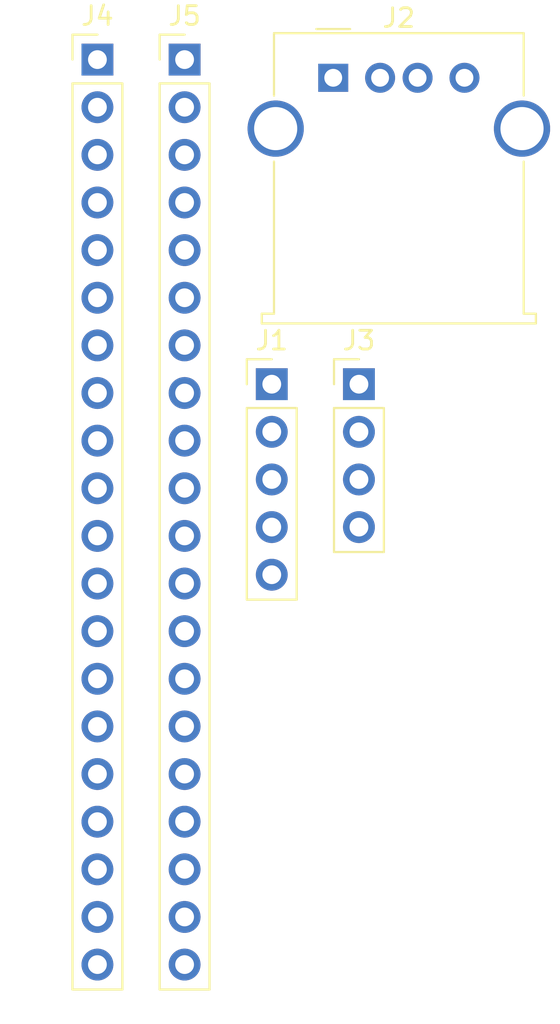
<source format=kicad_pcb>
(kicad_pcb (version 20221018) (generator pcbnew)
  (layers (0 "F.Cu" signal) (31 "B.Cu" signal) (34 "B.Paste" user) (35 "F.Paste" user) (36 "B.SilkS" user "B.Silkscreen") (37 "F.SilkS" user "F.Silkscreen") (38 "B.Mask" user) (39 "F.Mask" user) (44 "Edge.Cuts" user))
  (net 0 "")
  (footprint "Connector_PinHeader_2.54mm:PinHeader_1x04_P2.54mm_Vertical" (layer "F.Cu") (at 75.34 50.33)
    (fp_text reference "J3" (at 0 -2.33) (layer "F.SilkS"))
    (fp_text value "Ultrasonic_Header")
    (fp_line (start -1.33 -1.33) (end 0 -1.33) (stroke (width 0.12)) (layer "F.SilkS"))
    (fp_line (start -1.33 0) (end -1.33 -1.33) (stroke (width 0.12)) (layer "F.SilkS"))
    (fp_line (start -1.33 1.27) (end -1.33 8.95) (stroke (width 0.12)) (layer "F.SilkS"))
    (fp_line (start -1.33 1.27) (end 1.33 1.27) (stroke (width 0.12)) (layer "F.SilkS"))
    (fp_line (start -1.33 8.95) (end 1.33 8.95) (stroke (width 0.12)) (layer "F.SilkS"))
    (fp_line (start 1.33 1.27) (end 1.33 8.95) (stroke (width 0.12)) (layer "F.SilkS"))
    (pad "1" thru_hole rect (at 0 0) (size 1.7 1.7) (drill 1) (layers "*.Cu" "*.Mask"))
    (pad "2" thru_hole oval (at 0 2.54) (size 1.7 1.7) (drill 1) (layers "*.Cu" "*.Mask"))
    (pad "3" thru_hole oval (at 0 5.08) (size 1.7 1.7) (drill 1) (layers "*.Cu" "*.Mask"))
    (pad "4" thru_hole oval (at 0 7.62) (size 1.7 1.7) (drill 1) (layers "*.Cu" "*.Mask"))
  )
  (footprint "Connector_USB:USB_A_Molex_67643_Horizontal" (layer "F.Cu") (at 73.968208 33.99)
    (fp_text reference "J2" (at 3.5 -3.19) (layer "F.SilkS"))
    (fp_text value "Ultrasonic_USB")
    (fp_line (start -3.81 12.58) (end -3.81 13.1) (stroke (width 0.12)) (layer "F.SilkS"))
    (fp_line (start -3.81 13.1) (end 10.81 13.1) (stroke (width 0.12)) (layer "F.SilkS"))
    (fp_line (start -3.16 -2.38) (end -3.16 0.95) (stroke (width 0.12)) (layer "F.SilkS"))
    (fp_line (start -3.16 -2.38) (end 10.16 -2.38) (stroke (width 0.12)) (layer "F.SilkS"))
    (fp_line (start -3.16 12.58) (end -3.81 12.58) (stroke (width 0.12)) (layer "F.SilkS"))
    (fp_line (start -3.16 12.58) (end -3.16 4.47) (stroke (width 0.12)) (layer "F.SilkS"))
    (fp_line (start -0.9 -2.6) (end 0.9 -2.6) (stroke (width 0.12)) (layer "F.SilkS"))
    (fp_line (start 10.16 -2.38) (end 10.16 0.95) (stroke (width 0.12)) (layer "F.SilkS"))
    (fp_line (start 10.16 4.47) (end 10.16 12.58) (stroke (width 0.12)) (layer "F.SilkS"))
    (fp_line (start 10.81 12.58) (end 10.16 12.58) (stroke (width 0.12)) (layer "F.SilkS"))
    (fp_line (start 10.81 13.1) (end 10.81 12.58) (stroke (width 0.12)) (layer "F.SilkS"))
    (pad "1" thru_hole rect (at 0 0) (size 1.6 1.5) (drill 0.95) (layers "*.Cu" "*.Mask"))
    (pad "2" thru_hole circle (at 2.5 0) (size 1.6 1.6) (drill 0.95) (layers "*.Cu" "*.Mask"))
    (pad "3" thru_hole circle (at 4.5 0) (size 1.6 1.6) (drill 0.95) (layers "*.Cu" "*.Mask"))
    (pad "4" thru_hole circle (at 7 0) (size 1.6 1.6) (drill 0.95) (layers "*.Cu" "*.Mask"))
    (pad "5" thru_hole circle (at -3.07 2.71) (size 3 3) (drill 2.3) (layers "*.Cu" "*.Mask"))
    (pad "5" thru_hole circle (at 10.07 2.71) (size 3 3) (drill 2.3) (layers "*.Cu" "*.Mask"))
  )
  (footprint "Connector_PinHeader_2.54mm:PinHeader_1x05_P2.54mm_Vertical" (layer "F.Cu") (at 70.69 50.33)
    (fp_text reference "J1" (at 0 -2.33) (layer "F.SilkS"))
    (fp_text value "DisplayHeader")
    (fp_line (start -1.33 -1.33) (end 0 -1.33) (stroke (width 0.12)) (layer "F.SilkS"))
    (fp_line (start -1.33 0) (end -1.33 -1.33) (stroke (width 0.12)) (layer "F.SilkS"))
    (fp_line (start -1.33 1.27) (end -1.33 11.49) (stroke (width 0.12)) (layer "F.SilkS"))
    (fp_line (start -1.33 1.27) (end 1.33 1.27) (stroke (width 0.12)) (layer "F.SilkS"))
    (fp_line (start -1.33 11.49) (end 1.33 11.49) (stroke (width 0.12)) (layer "F.SilkS"))
    (fp_line (start 1.33 1.27) (end 1.33 11.49) (stroke (width 0.12)) (layer "F.SilkS"))
    (pad "1" thru_hole rect (at 0 0) (size 1.7 1.7) (drill 1) (layers "*.Cu" "*.Mask"))
    (pad "2" thru_hole oval (at 0 2.54) (size 1.7 1.7) (drill 1) (layers "*.Cu" "*.Mask"))
    (pad "3" thru_hole oval (at 0 5.08) (size 1.7 1.7) (drill 1) (layers "*.Cu" "*.Mask"))
    (pad "4" thru_hole oval (at 0 7.62) (size 1.7 1.7) (drill 1) (layers "*.Cu" "*.Mask"))
    (pad "5" thru_hole oval (at 0 10.16) (size 1.7 1.7) (drill 1) (layers "*.Cu" "*.Mask"))
  )
  (footprint "Connector_PinHeader_2.54mm:PinHeader_1x20_P2.54mm_Vertical" (layer "F.Cu") (at 61.39 33.02)
    (fp_text reference "J4" (at 0 -2.33) (layer "F.SilkS"))
    (fp_text value "PicoHeader_1")
    (fp_line (start -1.33 -1.33) (end 0 -1.33) (stroke (width 0.12)) (layer "F.SilkS"))
    (fp_line (start -1.33 0) (end -1.33 -1.33) (stroke (width 0.12)) (layer "F.SilkS"))
    (fp_line (start -1.33 1.27) (end -1.33 49.59) (stroke (width 0.12)) (layer "F.SilkS"))
    (fp_line (start -1.33 1.27) (end 1.33 1.27) (stroke (width 0.12)) (layer "F.SilkS"))
    (fp_line (start -1.33 49.59) (end 1.33 49.59) (stroke (width 0.12)) (layer "F.SilkS"))
    (fp_line (start 1.33 1.27) (end 1.33 49.59) (stroke (width 0.12)) (layer "F.SilkS"))
    (pad "1" thru_hole rect (at 0 0) (size 1.7 1.7) (drill 1) (layers "*.Cu" "*.Mask"))
    (pad "2" thru_hole oval (at 0 2.54) (size 1.7 1.7) (drill 1) (layers "*.Cu" "*.Mask"))
    (pad "3" thru_hole oval (at 0 5.08) (size 1.7 1.7) (drill 1) (layers "*.Cu" "*.Mask"))
    (pad "4" thru_hole oval (at 0 7.62) (size 1.7 1.7) (drill 1) (layers "*.Cu" "*.Mask"))
    (pad "5" thru_hole oval (at 0 10.16) (size 1.7 1.7) (drill 1) (layers "*.Cu" "*.Mask"))
    (pad "6" thru_hole oval (at 0 12.7) (size 1.7 1.7) (drill 1) (layers "*.Cu" "*.Mask"))
    (pad "7" thru_hole oval (at 0 15.24) (size 1.7 1.7) (drill 1) (layers "*.Cu" "*.Mask"))
    (pad "8" thru_hole oval (at 0 17.78) (size 1.7 1.7) (drill 1) (layers "*.Cu" "*.Mask"))
    (pad "9" thru_hole oval (at 0 20.32) (size 1.7 1.7) (drill 1) (layers "*.Cu" "*.Mask"))
    (pad "10" thru_hole oval (at 0 22.86) (size 1.7 1.7) (drill 1) (layers "*.Cu" "*.Mask"))
    (pad "11" thru_hole oval (at 0 25.4) (size 1.7 1.7) (drill 1) (layers "*.Cu" "*.Mask"))
    (pad "12" thru_hole oval (at 0 27.94) (size 1.7 1.7) (drill 1) (layers "*.Cu" "*.Mask"))
    (pad "13" thru_hole oval (at 0 30.48) (size 1.7 1.7) (drill 1) (layers "*.Cu" "*.Mask"))
    (pad "14" thru_hole oval (at 0 33.02) (size 1.7 1.7) (drill 1) (layers "*.Cu" "*.Mask"))
    (pad "15" thru_hole oval (at 0 35.56) (size 1.7 1.7) (drill 1) (layers "*.Cu" "*.Mask"))
    (pad "16" thru_hole oval (at 0 38.1) (size 1.7 1.7) (drill 1) (layers "*.Cu" "*.Mask"))
    (pad "17" thru_hole oval (at 0 40.64) (size 1.7 1.7) (drill 1) (layers "*.Cu" "*.Mask"))
    (pad "18" thru_hole oval (at 0 43.18) (size 1.7 1.7) (drill 1) (layers "*.Cu" "*.Mask"))
    (pad "19" thru_hole oval (at 0 45.72) (size 1.7 1.7) (drill 1) (layers "*.Cu" "*.Mask"))
    (pad "20" thru_hole oval (at 0 48.26) (size 1.7 1.7) (drill 1) (layers "*.Cu" "*.Mask"))
  )
  (footprint "Connector_PinHeader_2.54mm:PinHeader_1x20_P2.54mm_Vertical" (layer "F.Cu") (at 66.04 33.02)
    (fp_text reference "J5" (at 0 -2.33) (layer "F.SilkS"))
    (fp_text value "PicoHeader_2")
    (fp_line (start -1.33 -1.33) (end 0 -1.33) (stroke (width 0.12)) (layer "F.SilkS"))
    (fp_line (start -1.33 0) (end -1.33 -1.33) (stroke (width 0.12)) (layer "F.SilkS"))
    (fp_line (start -1.33 1.27) (end -1.33 49.59) (stroke (width 0.12)) (layer "F.SilkS"))
    (fp_line (start -1.33 1.27) (end 1.33 1.27) (stroke (width 0.12)) (layer "F.SilkS"))
    (fp_line (start -1.33 49.59) (end 1.33 49.59) (stroke (width 0.12)) (layer "F.SilkS"))
    (fp_line (start 1.33 1.27) (end 1.33 49.59) (stroke (width 0.12)) (layer "F.SilkS"))
    (pad "1" thru_hole rect (at 0 0) (size 1.7 1.7) (drill 1) (layers "*.Cu" "*.Mask"))
    (pad "2" thru_hole oval (at 0 2.54) (size 1.7 1.7) (drill 1) (layers "*.Cu" "*.Mask"))
    (pad "3" thru_hole oval (at 0 5.08) (size 1.7 1.7) (drill 1) (layers "*.Cu" "*.Mask"))
    (pad "4" thru_hole oval (at 0 7.62) (size 1.7 1.7) (drill 1) (layers "*.Cu" "*.Mask"))
    (pad "5" thru_hole oval (at 0 10.16) (size 1.7 1.7) (drill 1) (layers "*.Cu" "*.Mask"))
    (pad "6" thru_hole oval (at 0 12.7) (size 1.7 1.7) (drill 1) (layers "*.Cu" "*.Mask"))
    (pad "7" thru_hole oval (at 0 15.24) (size 1.7 1.7) (drill 1) (layers "*.Cu" "*.Mask"))
    (pad "8" thru_hole oval (at 0 17.78) (size 1.7 1.7) (drill 1) (layers "*.Cu" "*.Mask"))
    (pad "9" thru_hole oval (at 0 20.32) (size 1.7 1.7) (drill 1) (layers "*.Cu" "*.Mask"))
    (pad "10" thru_hole oval (at 0 22.86) (size 1.7 1.7) (drill 1) (layers "*.Cu" "*.Mask"))
    (pad "11" thru_hole oval (at 0 25.4) (size 1.7 1.7) (drill 1) (layers "*.Cu" "*.Mask"))
    (pad "12" thru_hole oval (at 0 27.94) (size 1.7 1.7) (drill 1) (layers "*.Cu" "*.Mask"))
    (pad "13" thru_hole oval (at 0 30.48) (size 1.7 1.7) (drill 1) (layers "*.Cu" "*.Mask"))
    (pad "14" thru_hole oval (at 0 33.02) (size 1.7 1.7) (drill 1) (layers "*.Cu" "*.Mask"))
    (pad "15" thru_hole oval (at 0 35.56) (size 1.7 1.7) (drill 1) (layers "*.Cu" "*.Mask"))
    (pad "16" thru_hole oval (at 0 38.1) (size 1.7 1.7) (drill 1) (layers "*.Cu" "*.Mask"))
    (pad "17" thru_hole oval (at 0 40.64) (size 1.7 1.7) (drill 1) (layers "*.Cu" "*.Mask"))
    (pad "18" thru_hole oval (at 0 43.18) (size 1.7 1.7) (drill 1) (layers "*.Cu" "*.Mask"))
    (pad "19" thru_hole oval (at 0 45.72) (size 1.7 1.7) (drill 1) (layers "*.Cu" "*.Mask"))
    (pad "20" thru_hole oval (at 0 48.26) (size 1.7 1.7) (drill 1) (layers "*.Cu" "*.Mask"))
  )
)
</source>
